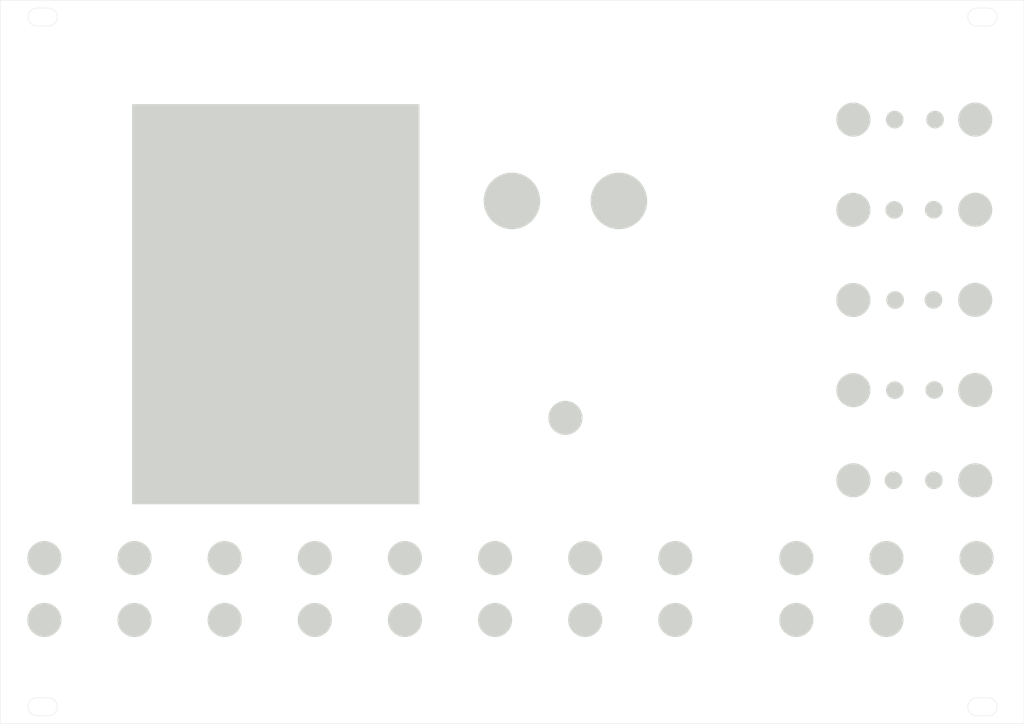
<source format=kicad_pcb>
(kicad_pcb (version 20221018) (generator pcbnew)

  (general
    (thickness 1.6)
  )

  (paper "A4")
  (layers
    (0 "F.Cu" signal)
    (31 "B.Cu" signal)
    (32 "B.Adhes" user "B.Adhesive")
    (33 "F.Adhes" user "F.Adhesive")
    (34 "B.Paste" user)
    (35 "F.Paste" user)
    (36 "B.SilkS" user "B.Silkscreen")
    (37 "F.SilkS" user "F.Silkscreen")
    (38 "B.Mask" user)
    (39 "F.Mask" user)
    (40 "Dwgs.User" user "User.Drawings")
    (41 "Cmts.User" user "User.Comments")
    (42 "Eco1.User" user "User.Eco1")
    (43 "Eco2.User" user "User.Eco2")
    (44 "Edge.Cuts" user)
    (45 "Margin" user)
    (46 "B.CrtYd" user "B.Courtyard")
    (47 "F.CrtYd" user "F.Courtyard")
    (48 "B.Fab" user)
    (49 "F.Fab" user)
    (50 "User.1" user)
    (51 "User.2" user)
    (52 "User.3" user)
    (53 "User.4" user)
    (54 "User.5" user)
    (55 "User.6" user)
    (56 "User.7" user)
    (57 "User.8" user)
    (58 "User.9" user)
  )

  (setup
    (pad_to_mask_clearance 0)
    (pcbplotparams
      (layerselection 0x00010fc_ffffffff)
      (plot_on_all_layers_selection 0x0000000_00000000)
      (disableapertmacros false)
      (usegerberextensions false)
      (usegerberattributes true)
      (usegerberadvancedattributes true)
      (creategerberjobfile true)
      (dashed_line_dash_ratio 12.000000)
      (dashed_line_gap_ratio 3.000000)
      (svgprecision 4)
      (plotframeref false)
      (viasonmask false)
      (mode 1)
      (useauxorigin false)
      (hpglpennumber 1)
      (hpglpenspeed 20)
      (hpglpendiameter 15.000000)
      (dxfpolygonmode true)
      (dxfimperialunits true)
      (dxfusepcbnewfont true)
      (psnegative false)
      (psa4output false)
      (plotreference true)
      (plotvalue true)
      (plotinvisibletext false)
      (sketchpadsonfab false)
      (subtractmaskfromsilk false)
      (outputformat 1)
      (mirror false)
      (drillshape 1)
      (scaleselection 1)
      (outputdirectory "")
    )
  )

  (net 0 "")

  (gr_line (start 231.2162 45.5) (end 49.5046 45.5)
    (stroke (width 0.15) (type default)) (layer "Dwgs.User") (tstamp 2756cf39-e0a4-4363-bd0b-b0df16a13f4f))
  (gr_line (start 231.1908 150.4442) (end 49.4792 150.4442)
    (stroke (width 0.15) (type default)) (layer "Dwgs.User") (tstamp f5c7485a-056a-4c3a-9e28-cb370422e1fb))
  (gr_circle (center 105.311215 132.8928) (end 108.319695 132.8928)
    (stroke (width 0.05) (type solid)) (fill solid) (layer "Edge.Cuts") (tstamp 003d523e-ce23-420f-a1b2-4ee82d0b2340))
  (gr_circle (center 57.28828 132.8928) (end 60.29676 132.8928)
    (stroke (width 0.05) (type solid)) (fill solid) (layer "Edge.Cuts") (tstamp 02bddce4-bb2c-4187-ac65-c06b702207cc))
  (gr_arc (start 57.9792 35.2074) (mid 59.5792 36.8074) (end 57.9792 38.4074)
    (stroke (width 0.05) (type solid)) (layer "Edge.Cuts") (tstamp 05d2c639-64ab-4c7c-8776-968d7c2cc2d0))
  (gr_circle (center 208.1022 119.083665) (end 209.6522 119.083665)
    (stroke (width 0.05) (type solid)) (fill solid) (layer "Edge.Cuts") (tstamp 09f3b500-7a37-4fe9-8108-cacbc8f9bb77))
  (gr_circle (center 208.2292 71.06073) (end 209.7792 71.06073)
    (stroke (width 0.05) (type solid)) (fill solid) (layer "Edge.Cuts") (tstamp 10e2f57a-13fe-4990-a6d0-f0a50800ccd5))
  (gr_line (start 231.2674 162.3074) (end 231.2674 33.8074)
    (stroke (width 0.05) (type solid)) (layer "Edge.Cuts") (tstamp 148dfb2d-27b9-4cb4-bad0-d06f20a2c22b))
  (gr_arc (start 222.8874 38.4074) (mid 221.2874 36.8074) (end 222.8874 35.2074)
    (stroke (width 0.05) (type solid)) (layer "Edge.Cuts") (tstamp 18942932-04d9-405d-a1ce-37d266bc78d3))
  (gr_line (start 57.9792 35.2074) (end 55.9792 35.2074)
    (stroke (width 0.05) (type solid)) (layer "Edge.Cuts") (tstamp 1ede42d3-a78f-409e-bc3f-27b29e53226d))
  (gr_line (start 231.2674 33.8074) (end 170.6674 33.8074)
    (stroke (width 0.05) (type solid)) (layer "Edge.Cuts") (tstamp 1f9c769d-5451-43e4-972b-cedf4a4e92e9))
  (gr_circle (center 206.837845 143.891) (end 209.846325 143.891)
    (stroke (width 0.05) (type solid)) (fill solid) (layer "Edge.Cuts") (tstamp 2220988e-eb13-4826-a6e2-81ed9a041d98))
  (gr_circle (center 169.3418 132.8928) (end 172.35028 132.8928)
    (stroke (width 0.05) (type solid)) (fill solid) (layer "Edge.Cuts") (tstamp 244a1418-7a67-4a31-9c15-6655206d00a2))
  (gr_circle (center 215.1888 87.040155) (end 213.6388 87.040155)
    (stroke (width 0.05) (type solid)) (fill solid) (layer "Edge.Cuts") (tstamp 24d41a19-42a8-4d52-8d5a-bf018bb5f8f2))
  (gr_rect (start 72.8758 52.3078) (end 123.8758 123.3078)
    (stroke (width 0.05) (type solid)) (fill solid) (layer "Edge.Cuts") (tstamp 2c8603e3-4007-4eba-8979-796b8a49ad17))
  (gr_circle (center 137.326505 143.891) (end 140.334985 143.891)
    (stroke (width 0.05) (type solid)) (fill solid) (layer "Edge.Cuts") (tstamp 35101343-cf43-4c14-8931-96c5826eafce))
  (gr_circle (center 206.837845 132.8928) (end 209.846325 132.8928)
    (stroke (width 0.05) (type solid)) (fill solid) (layer "Edge.Cuts") (tstamp 37ff7558-90de-4679-8677-1f72f5d7caba))
  (gr_circle (center 140.32372 69.469) (end 145.32372 69.469)
    (stroke (width 0.05) (type solid)) (fill solid) (layer "Edge.Cuts") (tstamp 3871f0e9-8ad8-4603-b018-8f9825b88b4d))
  (gr_circle (center 200.9648 71.06073) (end 200.9648 68.05225)
    (stroke (width 0.05) (type solid)) (fill solid) (layer "Edge.Cuts") (tstamp 38b1ee53-8ea6-4f5b-be82-348bd6f5cc8d))
  (gr_circle (center 89.30357 143.891) (end 92.31205 143.891)
    (stroke (width 0.05) (type solid)) (fill solid) (layer "Edge.Cuts") (tstamp 38ff9918-3399-468f-9c44-b5d557c5ddcf))
  (gr_line (start 49.4792 162.3074) (end 110.0792 162.3074)
    (stroke (width 0.05) (type solid)) (layer "Edge.Cuts") (tstamp 3c842da2-9f48-415d-98e6-7050f8a722fa))
  (gr_line (start 49.4792 33.8074) (end 49.4792 162.3074)
    (stroke (width 0.05) (type solid)) (layer "Edge.Cuts") (tstamp 4401222d-4f79-4120-a097-7d39b38fe9d0))
  (gr_circle (center 73.295925 132.8928) (end 76.304405 132.8928)
    (stroke (width 0.05) (type solid)) (fill solid) (layer "Edge.Cuts") (tstamp 44f9198c-3cf9-4705-b7d1-fdef5148b077))
  (gr_line (start 110.0674 162.3074) (end 170.6674 162.3074)
    (stroke (width 0.05) (type solid)) (layer "Edge.Cuts") (tstamp 476b9f54-dc7a-48f6-b74a-8008d4a3b0a9))
  (gr_circle (center 105.311215 143.891) (end 108.319695 143.891)
    (stroke (width 0.05) (type solid)) (fill solid) (layer "Edge.Cuts") (tstamp 48e33788-d09b-494e-af6d-4e1b61530278))
  (gr_line (start 222.8874 38.4074) (end 224.8874 38.4074)
    (stroke (width 0.05) (type solid)) (layer "Edge.Cuts") (tstamp 4c7e08b6-8d0c-43f0-8d76-a9d8f9d40104))
  (gr_circle (center 200.9648 87.068375) (end 200.9648 84.059895)
    (stroke (width 0.05) (type solid)) (fill solid) (layer "Edge.Cuts") (tstamp 5133ed2a-f1cd-4030-95a8-076ea27811d2))
  (gr_circle (center 89.30357 132.8928) (end 92.31205 132.8928)
    (stroke (width 0.05) (type solid)) (fill solid) (layer "Edge.Cuts") (tstamp 5145a77c-57e9-43a0-b277-ced56f1118c8))
  (gr_circle (center 200.9648 119.083665) (end 200.9648 116.075185)
    (stroke (width 0.05) (type solid)) (fill solid) (layer "Edge.Cuts") (tstamp 5ab29f4f-e7bd-4afa-be7d-f1178be0eb18))
  (gr_circle (center 222.84549 143.891) (end 225.85397 143.891)
    (stroke (width 0.05) (type solid)) (fill solid) (layer "Edge.Cuts") (tstamp 5b66afb1-aed7-4ffa-b1ea-e38ebc6c5f82))
  (gr_circle (center 200.9648 103.07602) (end 200.9648 100.06754)
    (stroke (width 0.05) (type solid)) (fill solid) (layer "Edge.Cuts") (tstamp 5c0b4a6e-3e3f-4a6d-b170-835816f384d0))
  (gr_circle (center 153.33415 132.8928) (end 156.34263 132.8928)
    (stroke (width 0.05) (type solid)) (fill solid) (layer "Edge.Cuts") (tstamp 6374cb73-b7d8-4ab0-83c3-35fb3a0e86c4))
  (gr_circle (center 222.6056 103.0478) (end 222.6056 106.05628)
    (stroke (width 0.05) (type solid)) (fill solid) (layer "Edge.Cuts") (tstamp 642d34c9-a610-498c-8fda-2d19e9ad05e5))
  (gr_circle (center 153.33415 143.891) (end 156.34263 143.891)
    (stroke (width 0.05) (type solid)) (fill solid) (layer "Edge.Cuts") (tstamp 6516949f-dc5c-44a8-a50b-6d539f0502c1))
  (gr_line (start 57.9792 157.7074) (end 55.9792 157.7074)
    (stroke (width 0.05) (type solid)) (layer "Edge.Cuts") (tstamp 6e9f0b6a-8b5f-424c-822d-d52ecb120444))
  (gr_circle (center 222.6056 119.083665) (end 222.6056 122.092145)
    (stroke (width 0.05) (type solid)) (fill solid) (layer "Edge.Cuts") (tstamp 71f5f95f-cf71-48bc-b467-8b34a68a9545))
  (gr_circle (center 159.32292 69.469) (end 164.32292 69.469)
    (stroke (width 0.05) (type solid)) (fill solid) (layer "Edge.Cuts") (tstamp 74db4e69-6f8e-4d16-a750-d494f9b8bce8))
  (gr_circle (center 222.6056 55.024865) (end 222.6056 58.033345)
    (stroke (width 0.05) (type solid)) (fill solid) (layer "Edge.Cuts") (tstamp 7a0db6d1-88b6-4204-ac10-95c210f7c0e9))
  (gr_line (start 224.8874 157.7074) (end 222.8874 157.7074)
    (stroke (width 0.05) (type solid)) (layer "Edge.Cuts") (tstamp 82c6e5b9-4c2f-42cb-a8f0-7d65060fa5f6))
  (gr_line (start 222.8874 160.9074) (end 224.8874 160.9074)
    (stroke (width 0.05) (type solid)) (layer "Edge.Cuts") (tstamp 8b1c9b13-f1ec-428d-b467-89fb4933ac77))
  (gr_arc (start 55.9792 38.4074) (mid 54.3792 36.8074) (end 55.9792 35.2074)
    (stroke (width 0.05) (type solid)) (layer "Edge.Cuts") (tstamp 8cdfca36-689b-4600-b00d-76f2e98082d8))
  (gr_circle (center 215.2396 71.03251) (end 213.6896 71.03251)
    (stroke (width 0.05) (type solid)) (fill solid) (layer "Edge.Cuts") (tstamp 8df38f3d-504a-45f0-8351-587d872e527d))
  (gr_circle (center 222.6056 87.040155) (end 222.6056 90.048635)
    (stroke (width 0.05) (type solid)) (fill solid) (layer "Edge.Cuts") (tstamp 8e9f84e9-9352-4a0f-8d5b-90b569b38e56))
  (gr_circle (center 215.3412 103.0478) (end 213.7912 103.0478)
    (stroke (width 0.05) (type solid)) (fill solid) (layer "Edge.Cuts") (tstamp 912d44c4-ebad-4189-8314-e03332acf32b))
  (gr_line (start 55.9792 38.4074) (end 57.9792 38.4074)
    (stroke (width 0.05) (type solid)) (layer "Edge.Cuts") (tstamp 91aa6994-6a59-4284-a3b2-5f036f7bd891))
  (gr_circle (center 215.265 119.083665) (end 213.715 119.083665)
    (stroke (width 0.05) (type solid)) (fill solid) (layer "Edge.Cuts") (tstamp 98d62d17-db83-4ce9-b9f6-a212e0815c5b))
  (gr_circle (center 121.31886 143.891) (end 124.32734 143.891)
    (stroke (width 0.05) (type solid)) (fill solid) (layer "Edge.Cuts") (tstamp a15558bf-2cf8-4aea-855e-70528ad87ae1))
  (gr_arc (start 224.8874 157.7074) (mid 226.4874 159.3074) (end 224.8874 160.9074)
    (stroke (width 0.05) (type solid)) (layer "Edge.Cuts") (tstamp a592463a-862a-4f29-88c4-e2a0c98b86b7))
  (gr_arc (start 55.9792 160.9074) (mid 54.3792 159.3074) (end 55.9792 157.7074)
    (stroke (width 0.05) (type solid)) (layer "Edge.Cuts") (tstamp afcb29ee-42a0-4e22-96e7-ed2f3c164dab))
  (gr_arc (start 224.8874 35.2074) (mid 226.4874 36.8074) (end 224.8874 38.4074)
    (stroke (width 0.05) (type solid)) (layer "Edge.Cuts") (tstamp b572d163-36bf-4b16-99ad-fc209354fd9e))
  (gr_line (start 224.8874 35.2074) (end 222.8874 35.2074)
    (stroke (width 0.05) (type solid)) (layer "Edge.Cuts") (tstamp b7fccc9c-0d97-4ee3-98c5-29d2c37eeda2))
  (gr_arc (start 222.8874 160.9074) (mid 221.2874 159.3074) (end 222.8874 157.7074)
    (stroke (width 0.05) (type solid)) (layer "Edge.Cuts") (tstamp b9196dd2-328a-41f8-9c2f-3d7bdd68948f))
  (gr_circle (center 222.6056 71.03251) (end 222.6056 74.04099)
    (stroke (width 0.05) (type solid)) (fill solid) (layer "Edge.Cuts") (tstamp bdd0a361-b549-46b6-853b-212a89483a0c))
  (gr_circle (center 222.84549 132.8928) (end 225.85397 132.8928)
    (stroke (width 0.05) (type solid)) (fill solid) (layer "Edge.Cuts") (tstamp c0d7c773-7f7f-4802-a695-19c0afc9d337))
  (gr_circle (center 121.31886 132.8928) (end 124.32734 132.8928)
    (stroke (width 0.05) (type solid)) (fill solid) (layer "Edge.Cuts") (tstamp c26653d5-2999-4863-87f2-5c78d005bfbc))
  (gr_circle (center 149.82332 108.0008) (end 152.8318 108.0008)
    (stroke (width 0.05) (type solid)) (fill solid) (layer "Edge.Cuts") (tstamp c6df46ae-dfa9-4e50-9e80-200423b461a8))
  (gr_circle (center 215.4682 55.024865) (end 213.9182 55.024865)
    (stroke (width 0.05) (type solid)) (fill solid) (layer "Edge.Cuts") (tstamp ca855709-3414-4e0a-91f6-d1661374d5eb))
  (gr_circle (center 190.8302 132.8928) (end 193.83868 132.8928)
    (stroke (width 0.05) (type solid)) (fill solid) (layer "Edge.Cuts") (tstamp cdd86aad-d8bf-424e-9718-5e106863e545))
  (gr_circle (center 200.9648 55.024865) (end 200.9648 52.016385)
    (stroke (width 0.05) (type solid)) (fill solid) (layer "Edge.Cuts") (tstamp ce31dabb-bba3-440d-876c-f5cdfc50ea35))
  (gr_circle (center 57.28828 143.891) (end 60.29676 143.891)
    (stroke (width 0.05) (type solid)) (fill solid) (layer "Edge.Cuts") (tstamp d36c62db-f786-4009-81c2-7fe9c9bb76ff))
  (gr_line (start 170.6674 33.8074) (end 110.0674 33.8074)
    (stroke (width 0.05) (type solid)) (layer "Edge.Cuts") (tstamp db70d483-5d74-4ad2-9e7b-695bd190b471))
  (gr_line (start 170.6674 162.3074) (end 231.2674 162.3074)
    (stroke (width 0.05) (type solid)) (layer "Edge.Cuts") (tstamp e4981366-54dc-4775-affa-a8ad2ecdb097))
  (gr_circle (center 190.8302 143.891) (end 193.83868 143.891)
    (stroke (width 0.05) (type solid)) (fill solid) (layer "Edge.Cuts") (tstamp e4c7ffe2-5534-40b0-b495-dc6d0a44d512))
  (gr_circle (center 169.3418 143.891) (end 172.35028 143.891)
    (stroke (width 0.05) (type solid)) (fill solid) (layer "Edge.Cuts") (tstamp e4e86371-0c18-427c-8a4e-ca47d3baac12))
  (gr_circle (center 208.3054 55.024865) (end 209.8554 55.024865)
    (stroke (width 0.05) (type solid)) (fill solid) (layer "Edge.Cuts") (tstamp e8036f67-c6e5-4029-9ca0-bc61579e6ca8))
  (gr_circle (center 137.326505 132.8928) (end 140.334985 132.8928)
    (stroke (width 0.05) (type solid)) (fill solid) (layer "Edge.Cuts") (tstamp e8734051-409c-4e84-aeb9-817c0f77e630))
  (gr_line (start 55.9792 160.9074) (end 57.9792 160.9074)
    (stroke (width 0.05) (type solid)) (layer "Edge.Cuts") (tstamp ea63ab3f-769e-488c-8341-932c7d1a84e3))
  (gr_line (start 110.0792 33.8074) (end 49.4792 33.8074)
    (stroke (width 0.05) (type solid)) (layer "Edge.Cuts") (tstamp ebb0c4ae-0227-4c8c-af19-a9617eb799c9))
  (gr_circle (center 208.3816 87.068375) (end 209.9316 87.068375)
    (stroke (width 0.05) (type solid)) (fill solid) (layer "Edge.Cuts") (tstamp ed953192-c035-4c4a-990b-21cd0d4caa71))
  (gr_circle (center 208.3308 103.07602) (end 209.8808 103.07602)
    (stroke (width 0.05) (type solid)) (fill solid) (layer "Edge.Cuts") (tstamp f02f31ba-ca13-413a-b4aa-92a48543e5cb))
  (gr_circle (center 73.295925 143.891) (end 76.304405 143.891)
    (stroke (width 0.05) (type solid)) (fill solid) (layer "Edge.Cuts") (tstamp f7411d0e-7889-47a3-b34f-84b2bb886b33))
  (gr_arc (start 57.9792 157.7074) (mid 59.5792 159.3074) (end 57.9792 160.9074)
    (stroke (width 0.05) (type solid)) (layer "Edge.Cuts") (tstamp fdc6976d-c08a-43e1-8323-b525229e700f))

  (group "" (id 1d3757d0-ddb6-4506-896f-0a1f66e7859a)
    (members
      003d523e-ce23-420f-a1b2-4ee82d0b2340
      02bddce4-bb2c-4187-ac65-c06b702207cc
      244a1418-7a67-4a31-9c15-6655206d00a2
      35101343-cf43-4c14-8931-96c5826eafce
      38ff9918-3399-468f-9c44-b5d557c5ddcf
      44f9198c-3cf9-4705-b7d1-fdef5148b077
      48e33788-d09b-494e-af6d-4e1b61530278
      5145a77c-57e9-43a0-b277-ced56f1118c8
      6374cb73-b7d8-4ab0-83c3-35fb3a0e86c4
      6516949f-dc5c-44a8-a50b-6d539f0502c1
      a15558bf-2cf8-4aea-855e-70528ad87ae1
      c26653d5-2999-4863-87f2-5c78d005bfbc
      d36c62db-f786-4009-81c2-7fe9c9bb76ff
      e4e86371-0c18-427c-8a4e-ca47d3baac12
      e8734051-409c-4e84-aeb9-817c0f77e630
      f7411d0e-7889-47a3-b34f-84b2bb886b33
    )
  )
  (group "" (id 77b06821-1dec-440b-9d4f-19725598d8ed)
    (members
      09f3b500-7a37-4fe9-8108-cacbc8f9bb77
      10e2f57a-13fe-4990-a6d0-f0a50800ccd5
      38b1ee53-8ea6-4f5b-be82-348bd6f5cc8d
      5133ed2a-f1cd-4030-95a8-076ea27811d2
      5ab29f4f-e7bd-4afa-be7d-f1178be0eb18
      5c0b4a6e-3e3f-4a6d-b170-835816f384d0
      ce31dabb-bba3-440d-876c-f5cdfc50ea35
      e8036f67-c6e5-4029-9ca0-bc61579e6ca8
      ed953192-c035-4c4a-990b-21cd0d4caa71
      f02f31ba-ca13-413a-b4aa-92a48543e5cb
    )
  )
  (group "" (id 91f6b09f-ec2d-4fef-95fd-4740bf998020)
    (members
      2220988e-eb13-4826-a6e2-81ed9a041d98
      37ff7558-90de-4679-8677-1f72f5d7caba
      5b66afb1-aed7-4ffa-b1ea-e38ebc6c5f82
      c0d7c773-7f7f-4802-a695-19c0afc9d337
      cdd86aad-d8bf-424e-9718-5e106863e545
      e4c7ffe2-5534-40b0-b495-dc6d0a44d512
    )
  )
  (group "" (id adb33c4a-23f4-44e8-b4f6-dea67513cd8b)
    (members
      24d41a19-42a8-4d52-8d5a-bf018bb5f8f2
      642d34c9-a610-498c-8fda-2d19e9ad05e5
      71f5f95f-cf71-48bc-b467-8b34a68a9545
      7a0db6d1-88b6-4204-ac10-95c210f7c0e9
      8df38f3d-504a-45f0-8351-587d872e527d
      8e9f84e9-9352-4a0f-8d5b-90b569b38e56
      912d44c4-ebad-4189-8314-e03332acf32b
      98d62d17-db83-4ce9-b9f6-a212e0815c5b
      bdd0a361-b549-46b6-853b-212a89483a0c
      ca855709-3414-4e0a-91f6-d1661374d5eb
    )
  )
)

</source>
